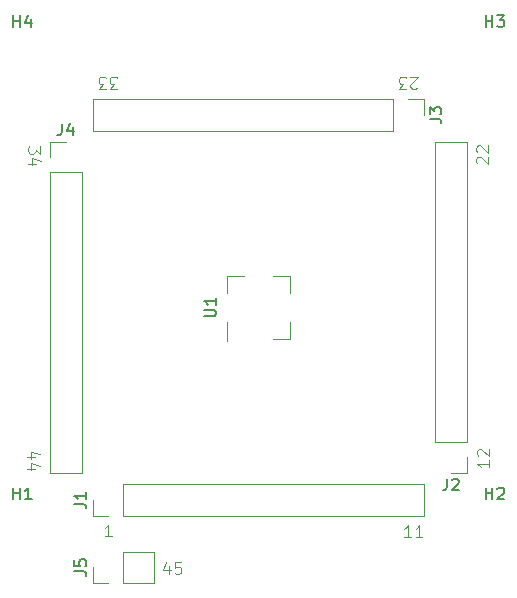
<source format=gbr>
%TF.GenerationSoftware,KiCad,Pcbnew,8.0.8*%
%TF.CreationDate,2025-02-10T18:58:52+09:00*%
%TF.ProjectId,OpenMPW-TR10,4f70656e-4d50-4572-9d54-5231302e6b69,rev?*%
%TF.SameCoordinates,Original*%
%TF.FileFunction,Legend,Top*%
%TF.FilePolarity,Positive*%
%FSLAX46Y46*%
G04 Gerber Fmt 4.6, Leading zero omitted, Abs format (unit mm)*
G04 Created by KiCad (PCBNEW 8.0.8) date 2025-02-10 18:58:52*
%MOMM*%
%LPD*%
G01*
G04 APERTURE LIST*
%ADD10C,0.100000*%
%ADD11C,0.150000*%
%ADD12C,0.120000*%
G04 APERTURE END LIST*
D10*
X138041353Y-81477580D02*
X137422306Y-81477580D01*
X137422306Y-81477580D02*
X137755639Y-81096628D01*
X137755639Y-81096628D02*
X137612782Y-81096628D01*
X137612782Y-81096628D02*
X137517544Y-81049009D01*
X137517544Y-81049009D02*
X137469925Y-81001390D01*
X137469925Y-81001390D02*
X137422306Y-80906152D01*
X137422306Y-80906152D02*
X137422306Y-80668057D01*
X137422306Y-80668057D02*
X137469925Y-80572819D01*
X137469925Y-80572819D02*
X137517544Y-80525200D01*
X137517544Y-80525200D02*
X137612782Y-80477580D01*
X137612782Y-80477580D02*
X137898496Y-80477580D01*
X137898496Y-80477580D02*
X137993734Y-80525200D01*
X137993734Y-80525200D02*
X138041353Y-80572819D01*
X137088972Y-81477580D02*
X136469925Y-81477580D01*
X136469925Y-81477580D02*
X136803258Y-81096628D01*
X136803258Y-81096628D02*
X136660401Y-81096628D01*
X136660401Y-81096628D02*
X136565163Y-81049009D01*
X136565163Y-81049009D02*
X136517544Y-81001390D01*
X136517544Y-81001390D02*
X136469925Y-80906152D01*
X136469925Y-80906152D02*
X136469925Y-80668057D01*
X136469925Y-80668057D02*
X136517544Y-80572819D01*
X136517544Y-80572819D02*
X136565163Y-80525200D01*
X136565163Y-80525200D02*
X136660401Y-80477580D01*
X136660401Y-80477580D02*
X136946115Y-80477580D01*
X136946115Y-80477580D02*
X137041353Y-80525200D01*
X137041353Y-80525200D02*
X137088972Y-80572819D01*
X131507580Y-86348646D02*
X131507580Y-86967693D01*
X131507580Y-86967693D02*
X131126628Y-86634360D01*
X131126628Y-86634360D02*
X131126628Y-86777217D01*
X131126628Y-86777217D02*
X131079009Y-86872455D01*
X131079009Y-86872455D02*
X131031390Y-86920074D01*
X131031390Y-86920074D02*
X130936152Y-86967693D01*
X130936152Y-86967693D02*
X130698057Y-86967693D01*
X130698057Y-86967693D02*
X130602819Y-86920074D01*
X130602819Y-86920074D02*
X130555200Y-86872455D01*
X130555200Y-86872455D02*
X130507580Y-86777217D01*
X130507580Y-86777217D02*
X130507580Y-86491503D01*
X130507580Y-86491503D02*
X130555200Y-86396265D01*
X130555200Y-86396265D02*
X130602819Y-86348646D01*
X131174247Y-87824836D02*
X130507580Y-87824836D01*
X131555200Y-87586741D02*
X130840914Y-87348646D01*
X130840914Y-87348646D02*
X130840914Y-87967693D01*
X168547657Y-87803734D02*
X168500038Y-87756115D01*
X168500038Y-87756115D02*
X168452419Y-87660877D01*
X168452419Y-87660877D02*
X168452419Y-87422782D01*
X168452419Y-87422782D02*
X168500038Y-87327544D01*
X168500038Y-87327544D02*
X168547657Y-87279925D01*
X168547657Y-87279925D02*
X168642895Y-87232306D01*
X168642895Y-87232306D02*
X168738133Y-87232306D01*
X168738133Y-87232306D02*
X168880990Y-87279925D01*
X168880990Y-87279925D02*
X169452419Y-87851353D01*
X169452419Y-87851353D02*
X169452419Y-87232306D01*
X168547657Y-86851353D02*
X168500038Y-86803734D01*
X168500038Y-86803734D02*
X168452419Y-86708496D01*
X168452419Y-86708496D02*
X168452419Y-86470401D01*
X168452419Y-86470401D02*
X168500038Y-86375163D01*
X168500038Y-86375163D02*
X168547657Y-86327544D01*
X168547657Y-86327544D02*
X168642895Y-86279925D01*
X168642895Y-86279925D02*
X168738133Y-86279925D01*
X168738133Y-86279925D02*
X168880990Y-86327544D01*
X168880990Y-86327544D02*
X169452419Y-86898972D01*
X169452419Y-86898972D02*
X169452419Y-86279925D01*
X131114247Y-112682455D02*
X130447580Y-112682455D01*
X131495200Y-112444360D02*
X130780914Y-112206265D01*
X130780914Y-112206265D02*
X130780914Y-112825312D01*
X131114247Y-113634836D02*
X130447580Y-113634836D01*
X131495200Y-113396741D02*
X130780914Y-113158646D01*
X130780914Y-113158646D02*
X130780914Y-113777693D01*
X169522419Y-112942306D02*
X169522419Y-113513734D01*
X169522419Y-113228020D02*
X168522419Y-113228020D01*
X168522419Y-113228020D02*
X168665276Y-113323258D01*
X168665276Y-113323258D02*
X168760514Y-113418496D01*
X168760514Y-113418496D02*
X168808133Y-113513734D01*
X168617657Y-112561353D02*
X168570038Y-112513734D01*
X168570038Y-112513734D02*
X168522419Y-112418496D01*
X168522419Y-112418496D02*
X168522419Y-112180401D01*
X168522419Y-112180401D02*
X168570038Y-112085163D01*
X168570038Y-112085163D02*
X168617657Y-112037544D01*
X168617657Y-112037544D02*
X168712895Y-111989925D01*
X168712895Y-111989925D02*
X168808133Y-111989925D01*
X168808133Y-111989925D02*
X168950990Y-112037544D01*
X168950990Y-112037544D02*
X169522419Y-112608972D01*
X169522419Y-112608972D02*
X169522419Y-111989925D01*
X137577693Y-119382419D02*
X137006265Y-119382419D01*
X137291979Y-119382419D02*
X137291979Y-118382419D01*
X137291979Y-118382419D02*
X137196741Y-118525276D01*
X137196741Y-118525276D02*
X137101503Y-118620514D01*
X137101503Y-118620514D02*
X137006265Y-118668133D01*
X162927693Y-119442419D02*
X162356265Y-119442419D01*
X162641979Y-119442419D02*
X162641979Y-118442419D01*
X162641979Y-118442419D02*
X162546741Y-118585276D01*
X162546741Y-118585276D02*
X162451503Y-118680514D01*
X162451503Y-118680514D02*
X162356265Y-118728133D01*
X163880074Y-119442419D02*
X163308646Y-119442419D01*
X163594360Y-119442419D02*
X163594360Y-118442419D01*
X163594360Y-118442419D02*
X163499122Y-118585276D01*
X163499122Y-118585276D02*
X163403884Y-118680514D01*
X163403884Y-118680514D02*
X163308646Y-118728133D01*
X142432455Y-121895752D02*
X142432455Y-122562419D01*
X142194360Y-121514800D02*
X141956265Y-122229085D01*
X141956265Y-122229085D02*
X142575312Y-122229085D01*
X143432455Y-121562419D02*
X142956265Y-121562419D01*
X142956265Y-121562419D02*
X142908646Y-122038609D01*
X142908646Y-122038609D02*
X142956265Y-121990990D01*
X142956265Y-121990990D02*
X143051503Y-121943371D01*
X143051503Y-121943371D02*
X143289598Y-121943371D01*
X143289598Y-121943371D02*
X143384836Y-121990990D01*
X143384836Y-121990990D02*
X143432455Y-122038609D01*
X143432455Y-122038609D02*
X143480074Y-122133847D01*
X143480074Y-122133847D02*
X143480074Y-122371942D01*
X143480074Y-122371942D02*
X143432455Y-122467180D01*
X143432455Y-122467180D02*
X143384836Y-122514800D01*
X143384836Y-122514800D02*
X143289598Y-122562419D01*
X143289598Y-122562419D02*
X143051503Y-122562419D01*
X143051503Y-122562419D02*
X142956265Y-122514800D01*
X142956265Y-122514800D02*
X142908646Y-122467180D01*
X163433734Y-81382342D02*
X163386115Y-81429961D01*
X163386115Y-81429961D02*
X163290877Y-81477580D01*
X163290877Y-81477580D02*
X163052782Y-81477580D01*
X163052782Y-81477580D02*
X162957544Y-81429961D01*
X162957544Y-81429961D02*
X162909925Y-81382342D01*
X162909925Y-81382342D02*
X162862306Y-81287104D01*
X162862306Y-81287104D02*
X162862306Y-81191866D01*
X162862306Y-81191866D02*
X162909925Y-81049009D01*
X162909925Y-81049009D02*
X163481353Y-80477580D01*
X163481353Y-80477580D02*
X162862306Y-80477580D01*
X162528972Y-81477580D02*
X161909925Y-81477580D01*
X161909925Y-81477580D02*
X162243258Y-81096628D01*
X162243258Y-81096628D02*
X162100401Y-81096628D01*
X162100401Y-81096628D02*
X162005163Y-81049009D01*
X162005163Y-81049009D02*
X161957544Y-81001390D01*
X161957544Y-81001390D02*
X161909925Y-80906152D01*
X161909925Y-80906152D02*
X161909925Y-80668057D01*
X161909925Y-80668057D02*
X161957544Y-80572819D01*
X161957544Y-80572819D02*
X162005163Y-80525200D01*
X162005163Y-80525200D02*
X162100401Y-80477580D01*
X162100401Y-80477580D02*
X162386115Y-80477580D01*
X162386115Y-80477580D02*
X162481353Y-80525200D01*
X162481353Y-80525200D02*
X162528972Y-80572819D01*
D11*
X145404819Y-100761904D02*
X146214342Y-100761904D01*
X146214342Y-100761904D02*
X146309580Y-100714285D01*
X146309580Y-100714285D02*
X146357200Y-100666666D01*
X146357200Y-100666666D02*
X146404819Y-100571428D01*
X146404819Y-100571428D02*
X146404819Y-100380952D01*
X146404819Y-100380952D02*
X146357200Y-100285714D01*
X146357200Y-100285714D02*
X146309580Y-100238095D01*
X146309580Y-100238095D02*
X146214342Y-100190476D01*
X146214342Y-100190476D02*
X145404819Y-100190476D01*
X146404819Y-99190476D02*
X146404819Y-99761904D01*
X146404819Y-99476190D02*
X145404819Y-99476190D01*
X145404819Y-99476190D02*
X145547676Y-99571428D01*
X145547676Y-99571428D02*
X145642914Y-99666666D01*
X145642914Y-99666666D02*
X145690533Y-99761904D01*
X134424819Y-122333333D02*
X135139104Y-122333333D01*
X135139104Y-122333333D02*
X135281961Y-122380952D01*
X135281961Y-122380952D02*
X135377200Y-122476190D01*
X135377200Y-122476190D02*
X135424819Y-122619047D01*
X135424819Y-122619047D02*
X135424819Y-122714285D01*
X134424819Y-121380952D02*
X134424819Y-121857142D01*
X134424819Y-121857142D02*
X134901009Y-121904761D01*
X134901009Y-121904761D02*
X134853390Y-121857142D01*
X134853390Y-121857142D02*
X134805771Y-121761904D01*
X134805771Y-121761904D02*
X134805771Y-121523809D01*
X134805771Y-121523809D02*
X134853390Y-121428571D01*
X134853390Y-121428571D02*
X134901009Y-121380952D01*
X134901009Y-121380952D02*
X134996247Y-121333333D01*
X134996247Y-121333333D02*
X135234342Y-121333333D01*
X135234342Y-121333333D02*
X135329580Y-121380952D01*
X135329580Y-121380952D02*
X135377200Y-121428571D01*
X135377200Y-121428571D02*
X135424819Y-121523809D01*
X135424819Y-121523809D02*
X135424819Y-121761904D01*
X135424819Y-121761904D02*
X135377200Y-121857142D01*
X135377200Y-121857142D02*
X135329580Y-121904761D01*
X129238095Y-116254819D02*
X129238095Y-115254819D01*
X129238095Y-115731009D02*
X129809523Y-115731009D01*
X129809523Y-116254819D02*
X129809523Y-115254819D01*
X130809523Y-116254819D02*
X130238095Y-116254819D01*
X130523809Y-116254819D02*
X130523809Y-115254819D01*
X130523809Y-115254819D02*
X130428571Y-115397676D01*
X130428571Y-115397676D02*
X130333333Y-115492914D01*
X130333333Y-115492914D02*
X130238095Y-115540533D01*
X133366666Y-84424819D02*
X133366666Y-85139104D01*
X133366666Y-85139104D02*
X133319047Y-85281961D01*
X133319047Y-85281961D02*
X133223809Y-85377200D01*
X133223809Y-85377200D02*
X133080952Y-85424819D01*
X133080952Y-85424819D02*
X132985714Y-85424819D01*
X134271428Y-84758152D02*
X134271428Y-85424819D01*
X134033333Y-84377200D02*
X133795238Y-85091485D01*
X133795238Y-85091485D02*
X134414285Y-85091485D01*
X165966666Y-114484819D02*
X165966666Y-115199104D01*
X165966666Y-115199104D02*
X165919047Y-115341961D01*
X165919047Y-115341961D02*
X165823809Y-115437200D01*
X165823809Y-115437200D02*
X165680952Y-115484819D01*
X165680952Y-115484819D02*
X165585714Y-115484819D01*
X166395238Y-114580057D02*
X166442857Y-114532438D01*
X166442857Y-114532438D02*
X166538095Y-114484819D01*
X166538095Y-114484819D02*
X166776190Y-114484819D01*
X166776190Y-114484819D02*
X166871428Y-114532438D01*
X166871428Y-114532438D02*
X166919047Y-114580057D01*
X166919047Y-114580057D02*
X166966666Y-114675295D01*
X166966666Y-114675295D02*
X166966666Y-114770533D01*
X166966666Y-114770533D02*
X166919047Y-114913390D01*
X166919047Y-114913390D02*
X166347619Y-115484819D01*
X166347619Y-115484819D02*
X166966666Y-115484819D01*
X164484819Y-84033333D02*
X165199104Y-84033333D01*
X165199104Y-84033333D02*
X165341961Y-84080952D01*
X165341961Y-84080952D02*
X165437200Y-84176190D01*
X165437200Y-84176190D02*
X165484819Y-84319047D01*
X165484819Y-84319047D02*
X165484819Y-84414285D01*
X164484819Y-83652380D02*
X164484819Y-83033333D01*
X164484819Y-83033333D02*
X164865771Y-83366666D01*
X164865771Y-83366666D02*
X164865771Y-83223809D01*
X164865771Y-83223809D02*
X164913390Y-83128571D01*
X164913390Y-83128571D02*
X164961009Y-83080952D01*
X164961009Y-83080952D02*
X165056247Y-83033333D01*
X165056247Y-83033333D02*
X165294342Y-83033333D01*
X165294342Y-83033333D02*
X165389580Y-83080952D01*
X165389580Y-83080952D02*
X165437200Y-83128571D01*
X165437200Y-83128571D02*
X165484819Y-83223809D01*
X165484819Y-83223809D02*
X165484819Y-83509523D01*
X165484819Y-83509523D02*
X165437200Y-83604761D01*
X165437200Y-83604761D02*
X165389580Y-83652380D01*
X169238095Y-116254819D02*
X169238095Y-115254819D01*
X169238095Y-115731009D02*
X169809523Y-115731009D01*
X169809523Y-116254819D02*
X169809523Y-115254819D01*
X170238095Y-115350057D02*
X170285714Y-115302438D01*
X170285714Y-115302438D02*
X170380952Y-115254819D01*
X170380952Y-115254819D02*
X170619047Y-115254819D01*
X170619047Y-115254819D02*
X170714285Y-115302438D01*
X170714285Y-115302438D02*
X170761904Y-115350057D01*
X170761904Y-115350057D02*
X170809523Y-115445295D01*
X170809523Y-115445295D02*
X170809523Y-115540533D01*
X170809523Y-115540533D02*
X170761904Y-115683390D01*
X170761904Y-115683390D02*
X170190476Y-116254819D01*
X170190476Y-116254819D02*
X170809523Y-116254819D01*
X169238095Y-76254819D02*
X169238095Y-75254819D01*
X169238095Y-75731009D02*
X169809523Y-75731009D01*
X169809523Y-76254819D02*
X169809523Y-75254819D01*
X170190476Y-75254819D02*
X170809523Y-75254819D01*
X170809523Y-75254819D02*
X170476190Y-75635771D01*
X170476190Y-75635771D02*
X170619047Y-75635771D01*
X170619047Y-75635771D02*
X170714285Y-75683390D01*
X170714285Y-75683390D02*
X170761904Y-75731009D01*
X170761904Y-75731009D02*
X170809523Y-75826247D01*
X170809523Y-75826247D02*
X170809523Y-76064342D01*
X170809523Y-76064342D02*
X170761904Y-76159580D01*
X170761904Y-76159580D02*
X170714285Y-76207200D01*
X170714285Y-76207200D02*
X170619047Y-76254819D01*
X170619047Y-76254819D02*
X170333333Y-76254819D01*
X170333333Y-76254819D02*
X170238095Y-76207200D01*
X170238095Y-76207200D02*
X170190476Y-76159580D01*
X129238095Y-76254819D02*
X129238095Y-75254819D01*
X129238095Y-75731009D02*
X129809523Y-75731009D01*
X129809523Y-76254819D02*
X129809523Y-75254819D01*
X130714285Y-75588152D02*
X130714285Y-76254819D01*
X130476190Y-75207200D02*
X130238095Y-75921485D01*
X130238095Y-75921485D02*
X130857142Y-75921485D01*
X134424819Y-116633333D02*
X135139104Y-116633333D01*
X135139104Y-116633333D02*
X135281961Y-116680952D01*
X135281961Y-116680952D02*
X135377200Y-116776190D01*
X135377200Y-116776190D02*
X135424819Y-116919047D01*
X135424819Y-116919047D02*
X135424819Y-117014285D01*
X135424819Y-115633333D02*
X135424819Y-116204761D01*
X135424819Y-115919047D02*
X134424819Y-115919047D01*
X134424819Y-115919047D02*
X134567676Y-116014285D01*
X134567676Y-116014285D02*
X134662914Y-116109523D01*
X134662914Y-116109523D02*
X134710533Y-116204761D01*
D12*
%TO.C,U1*%
X152650000Y-102650000D02*
X151219200Y-102650000D01*
X147350000Y-101219200D02*
X147350000Y-102824200D01*
X152650000Y-101219200D02*
X152650000Y-102650000D01*
X147350000Y-98780800D02*
X147350000Y-97350000D01*
X152650000Y-98780800D02*
X152650000Y-97350000D01*
X147350000Y-97350000D02*
X148780800Y-97350000D01*
X152650000Y-97350000D02*
X151219200Y-97350000D01*
%TO.C,J5*%
X135970000Y-123330000D02*
X135970000Y-122000000D01*
X137300000Y-123330000D02*
X135970000Y-123330000D01*
X138570000Y-120670000D02*
X141170000Y-120670000D01*
X138570000Y-123330000D02*
X138570000Y-120670000D01*
X138570000Y-123330000D02*
X141170000Y-123330000D01*
X141170000Y-123330000D02*
X141170000Y-120670000D01*
%TO.C,J4*%
X132370000Y-85970000D02*
X133700000Y-85970000D01*
X132370000Y-87300000D02*
X132370000Y-85970000D01*
X132370000Y-88570000D02*
X132370000Y-114030000D01*
X132370000Y-88570000D02*
X135030000Y-88570000D01*
X132370000Y-114030000D02*
X135030000Y-114030000D01*
X135030000Y-88570000D02*
X135030000Y-114030000D01*
%TO.C,J2*%
X164970000Y-111430000D02*
X164970000Y-85970000D01*
X167630000Y-85970000D02*
X164970000Y-85970000D01*
X167630000Y-111430000D02*
X164970000Y-111430000D01*
X167630000Y-111430000D02*
X167630000Y-85970000D01*
X167630000Y-112700000D02*
X167630000Y-114030000D01*
X167630000Y-114030000D02*
X166300000Y-114030000D01*
%TO.C,J3*%
X135970000Y-82370000D02*
X135970000Y-85030000D01*
X161430000Y-82370000D02*
X135970000Y-82370000D01*
X161430000Y-82370000D02*
X161430000Y-85030000D01*
X161430000Y-85030000D02*
X135970000Y-85030000D01*
X162700000Y-82370000D02*
X164030000Y-82370000D01*
X164030000Y-82370000D02*
X164030000Y-83700000D01*
%TO.C,J1*%
X135970000Y-117630000D02*
X135970000Y-116300000D01*
X137300000Y-117630000D02*
X135970000Y-117630000D01*
X138570000Y-114970000D02*
X164030000Y-114970000D01*
X138570000Y-117630000D02*
X138570000Y-114970000D01*
X138570000Y-117630000D02*
X164030000Y-117630000D01*
X164030000Y-117630000D02*
X164030000Y-114970000D01*
%TD*%
M02*

</source>
